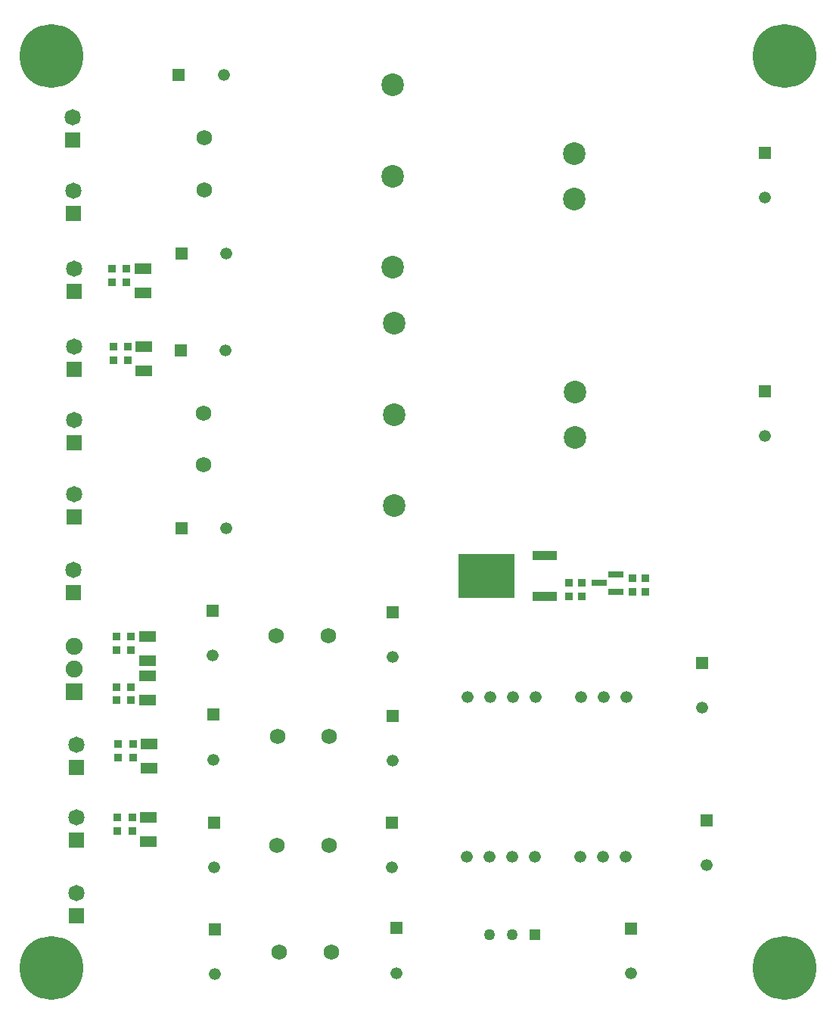
<source format=gbr>
%FSTAX23Y23*%
%MOIN*%
%SFA1B1*%

%IPPOS*%
%ADD31R,0.034646X0.036614*%
%ADD32R,0.068110X0.028740*%
%ADD33R,0.249212X0.198031*%
%ADD34R,0.107480X0.044488*%
%ADD35R,0.072047X0.048425*%
%ADD36C,0.099606*%
%ADD37C,0.280708*%
%ADD38C,0.052362*%
%ADD39R,0.049606X0.049606*%
%ADD40C,0.049606*%
%ADD41R,0.052362X0.052362*%
%ADD42C,0.068110*%
%ADD43R,0.071653X0.071653*%
%ADD44C,0.071653*%
%ADD45R,0.075394X0.075394*%
%ADD46C,0.075394*%
%ADD47R,0.052362X0.052362*%
%LNpcb.psu.dcdc.001.a1_soldermask_top-1*%
%LPD*%
G54D31*
X02773Y01813D03*
Y01873D03*
X02717Y01813D03*
Y01873D03*
X02491Y01792D03*
Y01851D03*
X02436D03*
Y01792D03*
X00447Y0076D03*
Y00819D03*
X00512Y0076D03*
Y00819D03*
X0045Y01082D03*
Y01141D03*
X00514Y01082D03*
Y01141D03*
X00443Y01556D03*
Y01615D03*
X00507Y01556D03*
Y01615D03*
X00443Y01335D03*
Y01394D03*
X00507Y01335D03*
Y01394D03*
X00428Y02833D03*
Y02892D03*
X00492Y02833D03*
X00492Y02892D03*
X00423Y03177D03*
Y03236D03*
X00487Y03177D03*
Y03236D03*
G54D32*
X02641Y01813D03*
Y01888D03*
X0257Y01851D03*
G54D33*
X02073Y01882D03*
G54D34*
X02329Y01973D03*
Y01792D03*
G54D35*
X00583Y00819D03*
Y00713D03*
X00585Y01142D03*
Y01036D03*
X0058Y01442D03*
Y01336D03*
X00579Y01616D03*
Y01509D03*
X00563Y02892D03*
Y02786D03*
X00559Y03236D03*
Y03129D03*
G54D36*
X01664Y02594D03*
Y02192D03*
Y02996D03*
X02463Y02494D03*
Y02694D03*
X0166Y03643D03*
Y03242D03*
Y04045D03*
X02459Y03543D03*
Y03744D03*
G54D37*
X03385Y04173D03*
Y00157D03*
X00157D03*
Y04173D03*
G54D38*
X01986Y00645D03*
X02086D03*
X02186D03*
X02286D03*
X02486D03*
X02586D03*
X02686D03*
X01675Y00134D03*
X00871Y006D03*
X00869Y01074D03*
X033Y025D03*
X01988Y01349D03*
X02088D03*
X02188D03*
X02288D03*
X02488D03*
X02588D03*
X02688D03*
X033Y03548D03*
X00876Y00128D03*
X0271Y00132D03*
X01654Y00598D03*
X03043Y00608D03*
X00866Y01531D03*
X01659Y01069D03*
Y01526D03*
X03023Y01301D03*
X00926Y02094D03*
X00923Y02877D03*
X00925Y03303D03*
X00914Y0409D03*
G54D39*
X02284Y00301D03*
G54D40*
X02184Y00301D03*
X02084D03*
G54D41*
X01675Y00331D03*
X00871Y00797D03*
X00869Y01271D03*
X033Y02696D03*
Y03745D03*
X00876Y00325D03*
X0271Y00329D03*
X01654Y00795D03*
X03043Y00805D03*
X00866Y01728D03*
X01659Y01266D03*
Y01723D03*
X03023Y01498D03*
G54D42*
X0115Y00696D03*
X01378D03*
X00827Y02372D03*
Y026D03*
X00828Y03583D03*
Y03812D03*
X0138Y01175D03*
X01152D03*
X01146Y0162D03*
X01375D03*
X0116Y00227D03*
X01388D03*
G54D43*
X00254Y03137D03*
X0025Y03804D03*
X00253Y0348D03*
X00265Y00386D03*
X00253Y0181D03*
X00254Y02144D03*
X00256Y0247D03*
X00266Y00719D03*
X00264Y0104D03*
X00255Y02792D03*
G54D44*
X00254Y03237D03*
X0025Y03904D03*
X00253Y0358D03*
X00265Y00486D03*
X00253Y0191D03*
X00254Y02244D03*
X00256Y0257D03*
X00266Y00819D03*
X00264Y0114D03*
X00255Y02892D03*
G54D45*
X00257Y01372D03*
G54D46*
X00257Y01572D03*
Y01472D03*
G54D47*
X00729Y02094D03*
X00726Y02877D03*
X00728Y03303D03*
X00717Y0409D03*
M02*
</source>
